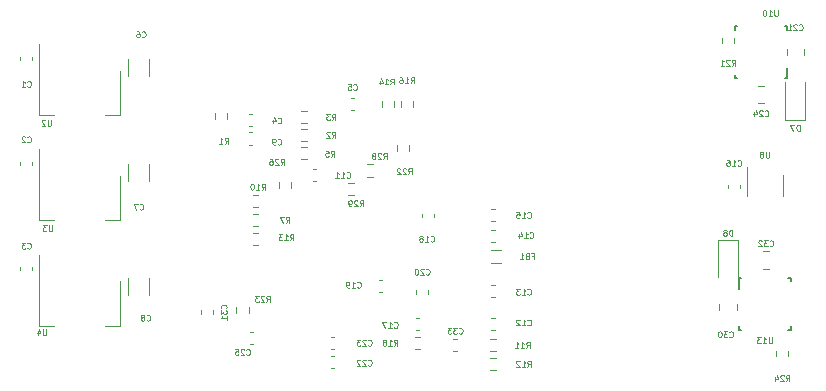
<source format=gbr>
%TF.GenerationSoftware,KiCad,Pcbnew,(5.1.9)-1*%
%TF.CreationDate,2021-05-24T23:59:08-02:30*%
%TF.ProjectId,WPT_TX,5750545f-5458-42e6-9b69-6361645f7063,rev?*%
%TF.SameCoordinates,Original*%
%TF.FileFunction,Legend,Bot*%
%TF.FilePolarity,Positive*%
%FSLAX46Y46*%
G04 Gerber Fmt 4.6, Leading zero omitted, Abs format (unit mm)*
G04 Created by KiCad (PCBNEW (5.1.9)-1) date 2021-05-24 23:59:08*
%MOMM*%
%LPD*%
G01*
G04 APERTURE LIST*
%ADD10C,0.152400*%
%ADD11C,0.120000*%
%ADD12C,0.125000*%
G04 APERTURE END LIST*
D10*
%TO.C,U10*%
X166900001Y-102300001D02*
X166900001Y-101999999D01*
X166700001Y-101999999D02*
X166900001Y-101999999D01*
X166700001Y-106404999D02*
X166900001Y-106404999D01*
X166900001Y-106404999D02*
X166900001Y-105500000D01*
X162499999Y-101999999D02*
X162699999Y-101999999D01*
X162499999Y-102300001D02*
X162499999Y-101999999D01*
X162499999Y-106400001D02*
X162699999Y-106400001D01*
X162499999Y-106400001D02*
X162499999Y-106099999D01*
%TO.C,U13*%
X162799999Y-127399999D02*
X162799999Y-127700001D01*
X162999999Y-127700001D02*
X162799999Y-127700001D01*
X162999999Y-123295001D02*
X162799999Y-123295001D01*
X162799999Y-123295001D02*
X162799999Y-124200000D01*
X167200001Y-127700001D02*
X167000001Y-127700001D01*
X167200001Y-127399999D02*
X167200001Y-127700001D01*
X167200001Y-123299999D02*
X167000001Y-123299999D01*
X167200001Y-123299999D02*
X167200001Y-123600001D01*
D11*
%TO.C,C1*%
X103010000Y-104559420D02*
X103010000Y-104840580D01*
X101990000Y-104559420D02*
X101990000Y-104840580D01*
%TO.C,C2*%
X101990000Y-113459420D02*
X101990000Y-113740580D01*
X103010000Y-113459420D02*
X103010000Y-113740580D01*
%TO.C,C3*%
X103010000Y-122384420D02*
X103010000Y-122665580D01*
X101990000Y-122384420D02*
X101990000Y-122665580D01*
%TO.C,C4*%
X121359420Y-110410000D02*
X121640580Y-110410000D01*
X121359420Y-109390000D02*
X121640580Y-109390000D01*
%TO.C,C5*%
X130240580Y-109110000D02*
X129959420Y-109110000D01*
X130240580Y-108090000D02*
X129959420Y-108090000D01*
%TO.C,C9*%
X121359420Y-112010000D02*
X121640580Y-112010000D01*
X121359420Y-110990000D02*
X121640580Y-110990000D01*
%TO.C,C11*%
X126759420Y-115110000D02*
X127040580Y-115110000D01*
X126759420Y-114090000D02*
X127040580Y-114090000D01*
%TO.C,C12*%
X141859420Y-126690000D02*
X142140580Y-126690000D01*
X141859420Y-127710000D02*
X142140580Y-127710000D01*
%TO.C,C13*%
X141859420Y-124910000D02*
X142140580Y-124910000D01*
X141859420Y-123890000D02*
X142140580Y-123890000D01*
%TO.C,C14*%
X141859420Y-120260000D02*
X142140580Y-120260000D01*
X141859420Y-119240000D02*
X142140580Y-119240000D01*
%TO.C,C15*%
X141859420Y-118510000D02*
X142140580Y-118510000D01*
X141859420Y-117490000D02*
X142140580Y-117490000D01*
%TO.C,C16*%
X161890000Y-115715580D02*
X161890000Y-115434420D01*
X162910000Y-115715580D02*
X162910000Y-115434420D01*
%TO.C,C17*%
X135459420Y-127710000D02*
X135740580Y-127710000D01*
X135459420Y-126690000D02*
X135740580Y-126690000D01*
%TO.C,C18*%
X137010000Y-117859420D02*
X137010000Y-118140580D01*
X135990000Y-117859420D02*
X135990000Y-118140580D01*
%TO.C,C19*%
X132359420Y-123490000D02*
X132640580Y-123490000D01*
X132359420Y-124510000D02*
X132640580Y-124510000D01*
%TO.C,C20*%
X136510000Y-124640580D02*
X136510000Y-124359420D01*
X135490000Y-124640580D02*
X135490000Y-124359420D01*
%TO.C,C22*%
X128259420Y-130910000D02*
X128540580Y-130910000D01*
X128259420Y-129890000D02*
X128540580Y-129890000D01*
%TO.C,C23*%
X128540580Y-129310000D02*
X128259420Y-129310000D01*
X128540580Y-128290000D02*
X128259420Y-128290000D01*
%TO.C,C25*%
X121434420Y-128910000D02*
X121715580Y-128910000D01*
X121434420Y-127890000D02*
X121715580Y-127890000D01*
%TO.C,C31*%
X117290000Y-126340580D02*
X117290000Y-126059420D01*
X118310000Y-126340580D02*
X118310000Y-126059420D01*
%TO.C,C32*%
X164888748Y-121065000D02*
X165411252Y-121065000D01*
X164888748Y-122535000D02*
X165411252Y-122535000D01*
%TO.C,C33*%
X138940580Y-129510000D02*
X138659420Y-129510000D01*
X138940580Y-128490000D02*
X138659420Y-128490000D01*
%TO.C,FB1*%
X141850378Y-120940000D02*
X142649622Y-120940000D01*
X141850378Y-122060000D02*
X142649622Y-122060000D01*
%TO.C,R1*%
X119522500Y-109837258D02*
X119522500Y-109362742D01*
X118477500Y-109837258D02*
X118477500Y-109362742D01*
%TO.C,R3*%
X126237258Y-110222500D02*
X125762742Y-110222500D01*
X126237258Y-109177500D02*
X125762742Y-109177500D01*
%TO.C,R7*%
X122137258Y-118922500D02*
X121662742Y-118922500D01*
X122137258Y-117877500D02*
X121662742Y-117877500D01*
%TO.C,R10*%
X122137258Y-116277500D02*
X121662742Y-116277500D01*
X122137258Y-117322500D02*
X121662742Y-117322500D01*
%TO.C,R11*%
X141762742Y-128477500D02*
X142237258Y-128477500D01*
X141762742Y-129522500D02*
X142237258Y-129522500D01*
%TO.C,R12*%
X142237258Y-130077500D02*
X141762742Y-130077500D01*
X142237258Y-131122500D02*
X141762742Y-131122500D01*
%TO.C,R13*%
X122137258Y-120522500D02*
X121662742Y-120522500D01*
X122137258Y-119477500D02*
X121662742Y-119477500D01*
%TO.C,R14*%
X132577500Y-108362742D02*
X132577500Y-108837258D01*
X133622500Y-108362742D02*
X133622500Y-108837258D01*
%TO.C,R16*%
X135222500Y-108362742D02*
X135222500Y-108837258D01*
X134177500Y-108362742D02*
X134177500Y-108837258D01*
%TO.C,R18*%
X135837258Y-128277500D02*
X135362742Y-128277500D01*
X135837258Y-129322500D02*
X135362742Y-129322500D01*
%TO.C,R21*%
X161377500Y-103437258D02*
X161377500Y-102962742D01*
X162422500Y-103437258D02*
X162422500Y-102962742D01*
%TO.C,R22*%
X133877500Y-112062742D02*
X133877500Y-112537258D01*
X134922500Y-112062742D02*
X134922500Y-112537258D01*
%TO.C,R23*%
X120277500Y-125762742D02*
X120277500Y-126237258D01*
X121322500Y-125762742D02*
X121322500Y-126237258D01*
%TO.C,R24*%
X167022500Y-129937258D02*
X167022500Y-129462742D01*
X165977500Y-129937258D02*
X165977500Y-129462742D01*
%TO.C,U2*%
X103590000Y-103500000D02*
X103590000Y-109510000D01*
X110410000Y-105750000D02*
X110410000Y-109510000D01*
X103590000Y-109510000D02*
X104850000Y-109510000D01*
X110410000Y-109510000D02*
X109150000Y-109510000D01*
%TO.C,U3*%
X103590000Y-112400000D02*
X103590000Y-118410000D01*
X110410000Y-114650000D02*
X110410000Y-118410000D01*
X103590000Y-118410000D02*
X104850000Y-118410000D01*
X110410000Y-118410000D02*
X109150000Y-118410000D01*
%TO.C,U4*%
X110410000Y-127360000D02*
X109150000Y-127360000D01*
X103590000Y-127360000D02*
X104850000Y-127360000D01*
X110410000Y-123600000D02*
X110410000Y-127360000D01*
X103590000Y-121350000D02*
X103590000Y-127360000D01*
%TO.C,U8*%
X163490000Y-116380000D02*
X163490000Y-113950000D01*
X166560000Y-114620000D02*
X166560000Y-116380000D01*
%TO.C,C6*%
X111090000Y-104788748D02*
X111090000Y-106211252D01*
X112910000Y-104788748D02*
X112910000Y-106211252D01*
%TO.C,C7*%
X112910000Y-113688748D02*
X112910000Y-115111252D01*
X111090000Y-113688748D02*
X111090000Y-115111252D01*
%TO.C,C8*%
X112910000Y-123288748D02*
X112910000Y-124711252D01*
X111090000Y-123288748D02*
X111090000Y-124711252D01*
%TO.C,C21*%
X168335000Y-104411252D02*
X168335000Y-103888748D01*
X166865000Y-104411252D02*
X166865000Y-103888748D01*
%TO.C,C24*%
X164961252Y-108535000D02*
X164438748Y-108535000D01*
X164961252Y-107065000D02*
X164438748Y-107065000D01*
%TO.C,C30*%
X162635000Y-125538748D02*
X162635000Y-126061252D01*
X161165000Y-125538748D02*
X161165000Y-126061252D01*
%TO.C,D7*%
X168450000Y-109900000D02*
X166750000Y-109900000D01*
X166750000Y-109900000D02*
X166750000Y-106750000D01*
X168450000Y-109900000D02*
X168450000Y-106750000D01*
%TO.C,D8*%
X161050000Y-120100000D02*
X161050000Y-123250000D01*
X162750000Y-120100000D02*
X162750000Y-123250000D01*
X161050000Y-120100000D02*
X162750000Y-120100000D01*
%TO.C,R2*%
X125762742Y-110677500D02*
X126237258Y-110677500D01*
X125762742Y-111722500D02*
X126237258Y-111722500D01*
%TO.C,R5*%
X125762742Y-112177500D02*
X126237258Y-112177500D01*
X125762742Y-113222500D02*
X126237258Y-113222500D01*
%TO.C,R26*%
X124922500Y-115662258D02*
X124922500Y-115187742D01*
X123877500Y-115662258D02*
X123877500Y-115187742D01*
%TO.C,R28*%
X131362742Y-113677500D02*
X131837258Y-113677500D01*
X131362742Y-114722500D02*
X131837258Y-114722500D01*
%TO.C,R29*%
X129762742Y-116322500D02*
X130237258Y-116322500D01*
X129762742Y-115277500D02*
X130237258Y-115277500D01*
%TO.C,U10*%
D12*
X166119047Y-100626190D02*
X166119047Y-101030952D01*
X166095238Y-101078571D01*
X166071428Y-101102380D01*
X166023809Y-101126190D01*
X165928571Y-101126190D01*
X165880952Y-101102380D01*
X165857142Y-101078571D01*
X165833333Y-101030952D01*
X165833333Y-100626190D01*
X165333333Y-101126190D02*
X165619047Y-101126190D01*
X165476190Y-101126190D02*
X165476190Y-100626190D01*
X165523809Y-100697619D01*
X165571428Y-100745238D01*
X165619047Y-100769047D01*
X165023809Y-100626190D02*
X164976190Y-100626190D01*
X164928571Y-100650000D01*
X164904761Y-100673809D01*
X164880952Y-100721428D01*
X164857142Y-100816666D01*
X164857142Y-100935714D01*
X164880952Y-101030952D01*
X164904761Y-101078571D01*
X164928571Y-101102380D01*
X164976190Y-101126190D01*
X165023809Y-101126190D01*
X165071428Y-101102380D01*
X165095238Y-101078571D01*
X165119047Y-101030952D01*
X165142857Y-100935714D01*
X165142857Y-100816666D01*
X165119047Y-100721428D01*
X165095238Y-100673809D01*
X165071428Y-100650000D01*
X165023809Y-100626190D01*
%TO.C,U13*%
X165619047Y-128326190D02*
X165619047Y-128730952D01*
X165595238Y-128778571D01*
X165571428Y-128802380D01*
X165523809Y-128826190D01*
X165428571Y-128826190D01*
X165380952Y-128802380D01*
X165357142Y-128778571D01*
X165333333Y-128730952D01*
X165333333Y-128326190D01*
X164833333Y-128826190D02*
X165119047Y-128826190D01*
X164976190Y-128826190D02*
X164976190Y-128326190D01*
X165023809Y-128397619D01*
X165071428Y-128445238D01*
X165119047Y-128469047D01*
X164666666Y-128326190D02*
X164357142Y-128326190D01*
X164523809Y-128516666D01*
X164452380Y-128516666D01*
X164404761Y-128540476D01*
X164380952Y-128564285D01*
X164357142Y-128611904D01*
X164357142Y-128730952D01*
X164380952Y-128778571D01*
X164404761Y-128802380D01*
X164452380Y-128826190D01*
X164595238Y-128826190D01*
X164642857Y-128802380D01*
X164666666Y-128778571D01*
%TO.C,C1*%
X102583333Y-107078571D02*
X102607142Y-107102380D01*
X102678571Y-107126190D01*
X102726190Y-107126190D01*
X102797619Y-107102380D01*
X102845238Y-107054761D01*
X102869047Y-107007142D01*
X102892857Y-106911904D01*
X102892857Y-106840476D01*
X102869047Y-106745238D01*
X102845238Y-106697619D01*
X102797619Y-106650000D01*
X102726190Y-106626190D01*
X102678571Y-106626190D01*
X102607142Y-106650000D01*
X102583333Y-106673809D01*
X102107142Y-107126190D02*
X102392857Y-107126190D01*
X102250000Y-107126190D02*
X102250000Y-106626190D01*
X102297619Y-106697619D01*
X102345238Y-106745238D01*
X102392857Y-106769047D01*
%TO.C,C2*%
X102583333Y-111778571D02*
X102607142Y-111802380D01*
X102678571Y-111826190D01*
X102726190Y-111826190D01*
X102797619Y-111802380D01*
X102845238Y-111754761D01*
X102869047Y-111707142D01*
X102892857Y-111611904D01*
X102892857Y-111540476D01*
X102869047Y-111445238D01*
X102845238Y-111397619D01*
X102797619Y-111350000D01*
X102726190Y-111326190D01*
X102678571Y-111326190D01*
X102607142Y-111350000D01*
X102583333Y-111373809D01*
X102392857Y-111373809D02*
X102369047Y-111350000D01*
X102321428Y-111326190D01*
X102202380Y-111326190D01*
X102154761Y-111350000D01*
X102130952Y-111373809D01*
X102107142Y-111421428D01*
X102107142Y-111469047D01*
X102130952Y-111540476D01*
X102416666Y-111826190D01*
X102107142Y-111826190D01*
%TO.C,C3*%
X102583333Y-120778571D02*
X102607142Y-120802380D01*
X102678571Y-120826190D01*
X102726190Y-120826190D01*
X102797619Y-120802380D01*
X102845238Y-120754761D01*
X102869047Y-120707142D01*
X102892857Y-120611904D01*
X102892857Y-120540476D01*
X102869047Y-120445238D01*
X102845238Y-120397619D01*
X102797619Y-120350000D01*
X102726190Y-120326190D01*
X102678571Y-120326190D01*
X102607142Y-120350000D01*
X102583333Y-120373809D01*
X102416666Y-120326190D02*
X102107142Y-120326190D01*
X102273809Y-120516666D01*
X102202380Y-120516666D01*
X102154761Y-120540476D01*
X102130952Y-120564285D01*
X102107142Y-120611904D01*
X102107142Y-120730952D01*
X102130952Y-120778571D01*
X102154761Y-120802380D01*
X102202380Y-120826190D01*
X102345238Y-120826190D01*
X102392857Y-120802380D01*
X102416666Y-120778571D01*
%TO.C,C4*%
X123783333Y-110178571D02*
X123807142Y-110202380D01*
X123878571Y-110226190D01*
X123926190Y-110226190D01*
X123997619Y-110202380D01*
X124045238Y-110154761D01*
X124069047Y-110107142D01*
X124092857Y-110011904D01*
X124092857Y-109940476D01*
X124069047Y-109845238D01*
X124045238Y-109797619D01*
X123997619Y-109750000D01*
X123926190Y-109726190D01*
X123878571Y-109726190D01*
X123807142Y-109750000D01*
X123783333Y-109773809D01*
X123354761Y-109892857D02*
X123354761Y-110226190D01*
X123473809Y-109702380D02*
X123592857Y-110059523D01*
X123283333Y-110059523D01*
%TO.C,C5*%
X130183333Y-107348571D02*
X130207142Y-107372380D01*
X130278571Y-107396190D01*
X130326190Y-107396190D01*
X130397619Y-107372380D01*
X130445238Y-107324761D01*
X130469047Y-107277142D01*
X130492857Y-107181904D01*
X130492857Y-107110476D01*
X130469047Y-107015238D01*
X130445238Y-106967619D01*
X130397619Y-106920000D01*
X130326190Y-106896190D01*
X130278571Y-106896190D01*
X130207142Y-106920000D01*
X130183333Y-106943809D01*
X129730952Y-106896190D02*
X129969047Y-106896190D01*
X129992857Y-107134285D01*
X129969047Y-107110476D01*
X129921428Y-107086666D01*
X129802380Y-107086666D01*
X129754761Y-107110476D01*
X129730952Y-107134285D01*
X129707142Y-107181904D01*
X129707142Y-107300952D01*
X129730952Y-107348571D01*
X129754761Y-107372380D01*
X129802380Y-107396190D01*
X129921428Y-107396190D01*
X129969047Y-107372380D01*
X129992857Y-107348571D01*
%TO.C,C9*%
X123783333Y-111978571D02*
X123807142Y-112002380D01*
X123878571Y-112026190D01*
X123926190Y-112026190D01*
X123997619Y-112002380D01*
X124045238Y-111954761D01*
X124069047Y-111907142D01*
X124092857Y-111811904D01*
X124092857Y-111740476D01*
X124069047Y-111645238D01*
X124045238Y-111597619D01*
X123997619Y-111550000D01*
X123926190Y-111526190D01*
X123878571Y-111526190D01*
X123807142Y-111550000D01*
X123783333Y-111573809D01*
X123545238Y-112026190D02*
X123450000Y-112026190D01*
X123402380Y-112002380D01*
X123378571Y-111978571D01*
X123330952Y-111907142D01*
X123307142Y-111811904D01*
X123307142Y-111621428D01*
X123330952Y-111573809D01*
X123354761Y-111550000D01*
X123402380Y-111526190D01*
X123497619Y-111526190D01*
X123545238Y-111550000D01*
X123569047Y-111573809D01*
X123592857Y-111621428D01*
X123592857Y-111740476D01*
X123569047Y-111788095D01*
X123545238Y-111811904D01*
X123497619Y-111835714D01*
X123402380Y-111835714D01*
X123354761Y-111811904D01*
X123330952Y-111788095D01*
X123307142Y-111740476D01*
%TO.C,C11*%
X129621428Y-114778571D02*
X129645238Y-114802380D01*
X129716666Y-114826190D01*
X129764285Y-114826190D01*
X129835714Y-114802380D01*
X129883333Y-114754761D01*
X129907142Y-114707142D01*
X129930952Y-114611904D01*
X129930952Y-114540476D01*
X129907142Y-114445238D01*
X129883333Y-114397619D01*
X129835714Y-114350000D01*
X129764285Y-114326190D01*
X129716666Y-114326190D01*
X129645238Y-114350000D01*
X129621428Y-114373809D01*
X129145238Y-114826190D02*
X129430952Y-114826190D01*
X129288095Y-114826190D02*
X129288095Y-114326190D01*
X129335714Y-114397619D01*
X129383333Y-114445238D01*
X129430952Y-114469047D01*
X128669047Y-114826190D02*
X128954761Y-114826190D01*
X128811904Y-114826190D02*
X128811904Y-114326190D01*
X128859523Y-114397619D01*
X128907142Y-114445238D01*
X128954761Y-114469047D01*
%TO.C,C12*%
X144921428Y-127278571D02*
X144945238Y-127302380D01*
X145016666Y-127326190D01*
X145064285Y-127326190D01*
X145135714Y-127302380D01*
X145183333Y-127254761D01*
X145207142Y-127207142D01*
X145230952Y-127111904D01*
X145230952Y-127040476D01*
X145207142Y-126945238D01*
X145183333Y-126897619D01*
X145135714Y-126850000D01*
X145064285Y-126826190D01*
X145016666Y-126826190D01*
X144945238Y-126850000D01*
X144921428Y-126873809D01*
X144445238Y-127326190D02*
X144730952Y-127326190D01*
X144588095Y-127326190D02*
X144588095Y-126826190D01*
X144635714Y-126897619D01*
X144683333Y-126945238D01*
X144730952Y-126969047D01*
X144254761Y-126873809D02*
X144230952Y-126850000D01*
X144183333Y-126826190D01*
X144064285Y-126826190D01*
X144016666Y-126850000D01*
X143992857Y-126873809D01*
X143969047Y-126921428D01*
X143969047Y-126969047D01*
X143992857Y-127040476D01*
X144278571Y-127326190D01*
X143969047Y-127326190D01*
%TO.C,C13*%
X144921428Y-124678571D02*
X144945238Y-124702380D01*
X145016666Y-124726190D01*
X145064285Y-124726190D01*
X145135714Y-124702380D01*
X145183333Y-124654761D01*
X145207142Y-124607142D01*
X145230952Y-124511904D01*
X145230952Y-124440476D01*
X145207142Y-124345238D01*
X145183333Y-124297619D01*
X145135714Y-124250000D01*
X145064285Y-124226190D01*
X145016666Y-124226190D01*
X144945238Y-124250000D01*
X144921428Y-124273809D01*
X144445238Y-124726190D02*
X144730952Y-124726190D01*
X144588095Y-124726190D02*
X144588095Y-124226190D01*
X144635714Y-124297619D01*
X144683333Y-124345238D01*
X144730952Y-124369047D01*
X144278571Y-124226190D02*
X143969047Y-124226190D01*
X144135714Y-124416666D01*
X144064285Y-124416666D01*
X144016666Y-124440476D01*
X143992857Y-124464285D01*
X143969047Y-124511904D01*
X143969047Y-124630952D01*
X143992857Y-124678571D01*
X144016666Y-124702380D01*
X144064285Y-124726190D01*
X144207142Y-124726190D01*
X144254761Y-124702380D01*
X144278571Y-124678571D01*
%TO.C,C14*%
X145121428Y-119878571D02*
X145145238Y-119902380D01*
X145216666Y-119926190D01*
X145264285Y-119926190D01*
X145335714Y-119902380D01*
X145383333Y-119854761D01*
X145407142Y-119807142D01*
X145430952Y-119711904D01*
X145430952Y-119640476D01*
X145407142Y-119545238D01*
X145383333Y-119497619D01*
X145335714Y-119450000D01*
X145264285Y-119426190D01*
X145216666Y-119426190D01*
X145145238Y-119450000D01*
X145121428Y-119473809D01*
X144645238Y-119926190D02*
X144930952Y-119926190D01*
X144788095Y-119926190D02*
X144788095Y-119426190D01*
X144835714Y-119497619D01*
X144883333Y-119545238D01*
X144930952Y-119569047D01*
X144216666Y-119592857D02*
X144216666Y-119926190D01*
X144335714Y-119402380D02*
X144454761Y-119759523D01*
X144145238Y-119759523D01*
%TO.C,C15*%
X144921428Y-118178571D02*
X144945238Y-118202380D01*
X145016666Y-118226190D01*
X145064285Y-118226190D01*
X145135714Y-118202380D01*
X145183333Y-118154761D01*
X145207142Y-118107142D01*
X145230952Y-118011904D01*
X145230952Y-117940476D01*
X145207142Y-117845238D01*
X145183333Y-117797619D01*
X145135714Y-117750000D01*
X145064285Y-117726190D01*
X145016666Y-117726190D01*
X144945238Y-117750000D01*
X144921428Y-117773809D01*
X144445238Y-118226190D02*
X144730952Y-118226190D01*
X144588095Y-118226190D02*
X144588095Y-117726190D01*
X144635714Y-117797619D01*
X144683333Y-117845238D01*
X144730952Y-117869047D01*
X143992857Y-117726190D02*
X144230952Y-117726190D01*
X144254761Y-117964285D01*
X144230952Y-117940476D01*
X144183333Y-117916666D01*
X144064285Y-117916666D01*
X144016666Y-117940476D01*
X143992857Y-117964285D01*
X143969047Y-118011904D01*
X143969047Y-118130952D01*
X143992857Y-118178571D01*
X144016666Y-118202380D01*
X144064285Y-118226190D01*
X144183333Y-118226190D01*
X144230952Y-118202380D01*
X144254761Y-118178571D01*
%TO.C,C16*%
X162721428Y-113778571D02*
X162745238Y-113802380D01*
X162816666Y-113826190D01*
X162864285Y-113826190D01*
X162935714Y-113802380D01*
X162983333Y-113754761D01*
X163007142Y-113707142D01*
X163030952Y-113611904D01*
X163030952Y-113540476D01*
X163007142Y-113445238D01*
X162983333Y-113397619D01*
X162935714Y-113350000D01*
X162864285Y-113326190D01*
X162816666Y-113326190D01*
X162745238Y-113350000D01*
X162721428Y-113373809D01*
X162245238Y-113826190D02*
X162530952Y-113826190D01*
X162388095Y-113826190D02*
X162388095Y-113326190D01*
X162435714Y-113397619D01*
X162483333Y-113445238D01*
X162530952Y-113469047D01*
X161816666Y-113326190D02*
X161911904Y-113326190D01*
X161959523Y-113350000D01*
X161983333Y-113373809D01*
X162030952Y-113445238D01*
X162054761Y-113540476D01*
X162054761Y-113730952D01*
X162030952Y-113778571D01*
X162007142Y-113802380D01*
X161959523Y-113826190D01*
X161864285Y-113826190D01*
X161816666Y-113802380D01*
X161792857Y-113778571D01*
X161769047Y-113730952D01*
X161769047Y-113611904D01*
X161792857Y-113564285D01*
X161816666Y-113540476D01*
X161864285Y-113516666D01*
X161959523Y-113516666D01*
X162007142Y-113540476D01*
X162030952Y-113564285D01*
X162054761Y-113611904D01*
%TO.C,C17*%
X133621428Y-127478571D02*
X133645238Y-127502380D01*
X133716666Y-127526190D01*
X133764285Y-127526190D01*
X133835714Y-127502380D01*
X133883333Y-127454761D01*
X133907142Y-127407142D01*
X133930952Y-127311904D01*
X133930952Y-127240476D01*
X133907142Y-127145238D01*
X133883333Y-127097619D01*
X133835714Y-127050000D01*
X133764285Y-127026190D01*
X133716666Y-127026190D01*
X133645238Y-127050000D01*
X133621428Y-127073809D01*
X133145238Y-127526190D02*
X133430952Y-127526190D01*
X133288095Y-127526190D02*
X133288095Y-127026190D01*
X133335714Y-127097619D01*
X133383333Y-127145238D01*
X133430952Y-127169047D01*
X132978571Y-127026190D02*
X132645238Y-127026190D01*
X132859523Y-127526190D01*
%TO.C,C18*%
X136721428Y-120178571D02*
X136745238Y-120202380D01*
X136816666Y-120226190D01*
X136864285Y-120226190D01*
X136935714Y-120202380D01*
X136983333Y-120154761D01*
X137007142Y-120107142D01*
X137030952Y-120011904D01*
X137030952Y-119940476D01*
X137007142Y-119845238D01*
X136983333Y-119797619D01*
X136935714Y-119750000D01*
X136864285Y-119726190D01*
X136816666Y-119726190D01*
X136745238Y-119750000D01*
X136721428Y-119773809D01*
X136245238Y-120226190D02*
X136530952Y-120226190D01*
X136388095Y-120226190D02*
X136388095Y-119726190D01*
X136435714Y-119797619D01*
X136483333Y-119845238D01*
X136530952Y-119869047D01*
X135959523Y-119940476D02*
X136007142Y-119916666D01*
X136030952Y-119892857D01*
X136054761Y-119845238D01*
X136054761Y-119821428D01*
X136030952Y-119773809D01*
X136007142Y-119750000D01*
X135959523Y-119726190D01*
X135864285Y-119726190D01*
X135816666Y-119750000D01*
X135792857Y-119773809D01*
X135769047Y-119821428D01*
X135769047Y-119845238D01*
X135792857Y-119892857D01*
X135816666Y-119916666D01*
X135864285Y-119940476D01*
X135959523Y-119940476D01*
X136007142Y-119964285D01*
X136030952Y-119988095D01*
X136054761Y-120035714D01*
X136054761Y-120130952D01*
X136030952Y-120178571D01*
X136007142Y-120202380D01*
X135959523Y-120226190D01*
X135864285Y-120226190D01*
X135816666Y-120202380D01*
X135792857Y-120178571D01*
X135769047Y-120130952D01*
X135769047Y-120035714D01*
X135792857Y-119988095D01*
X135816666Y-119964285D01*
X135864285Y-119940476D01*
%TO.C,C19*%
X130521428Y-124078571D02*
X130545238Y-124102380D01*
X130616666Y-124126190D01*
X130664285Y-124126190D01*
X130735714Y-124102380D01*
X130783333Y-124054761D01*
X130807142Y-124007142D01*
X130830952Y-123911904D01*
X130830952Y-123840476D01*
X130807142Y-123745238D01*
X130783333Y-123697619D01*
X130735714Y-123650000D01*
X130664285Y-123626190D01*
X130616666Y-123626190D01*
X130545238Y-123650000D01*
X130521428Y-123673809D01*
X130045238Y-124126190D02*
X130330952Y-124126190D01*
X130188095Y-124126190D02*
X130188095Y-123626190D01*
X130235714Y-123697619D01*
X130283333Y-123745238D01*
X130330952Y-123769047D01*
X129807142Y-124126190D02*
X129711904Y-124126190D01*
X129664285Y-124102380D01*
X129640476Y-124078571D01*
X129592857Y-124007142D01*
X129569047Y-123911904D01*
X129569047Y-123721428D01*
X129592857Y-123673809D01*
X129616666Y-123650000D01*
X129664285Y-123626190D01*
X129759523Y-123626190D01*
X129807142Y-123650000D01*
X129830952Y-123673809D01*
X129854761Y-123721428D01*
X129854761Y-123840476D01*
X129830952Y-123888095D01*
X129807142Y-123911904D01*
X129759523Y-123935714D01*
X129664285Y-123935714D01*
X129616666Y-123911904D01*
X129592857Y-123888095D01*
X129569047Y-123840476D01*
%TO.C,C20*%
X136321428Y-122978571D02*
X136345238Y-123002380D01*
X136416666Y-123026190D01*
X136464285Y-123026190D01*
X136535714Y-123002380D01*
X136583333Y-122954761D01*
X136607142Y-122907142D01*
X136630952Y-122811904D01*
X136630952Y-122740476D01*
X136607142Y-122645238D01*
X136583333Y-122597619D01*
X136535714Y-122550000D01*
X136464285Y-122526190D01*
X136416666Y-122526190D01*
X136345238Y-122550000D01*
X136321428Y-122573809D01*
X136130952Y-122573809D02*
X136107142Y-122550000D01*
X136059523Y-122526190D01*
X135940476Y-122526190D01*
X135892857Y-122550000D01*
X135869047Y-122573809D01*
X135845238Y-122621428D01*
X135845238Y-122669047D01*
X135869047Y-122740476D01*
X136154761Y-123026190D01*
X135845238Y-123026190D01*
X135535714Y-122526190D02*
X135488095Y-122526190D01*
X135440476Y-122550000D01*
X135416666Y-122573809D01*
X135392857Y-122621428D01*
X135369047Y-122716666D01*
X135369047Y-122835714D01*
X135392857Y-122930952D01*
X135416666Y-122978571D01*
X135440476Y-123002380D01*
X135488095Y-123026190D01*
X135535714Y-123026190D01*
X135583333Y-123002380D01*
X135607142Y-122978571D01*
X135630952Y-122930952D01*
X135654761Y-122835714D01*
X135654761Y-122716666D01*
X135630952Y-122621428D01*
X135607142Y-122573809D01*
X135583333Y-122550000D01*
X135535714Y-122526190D01*
%TO.C,C22*%
X131421428Y-130678571D02*
X131445238Y-130702380D01*
X131516666Y-130726190D01*
X131564285Y-130726190D01*
X131635714Y-130702380D01*
X131683333Y-130654761D01*
X131707142Y-130607142D01*
X131730952Y-130511904D01*
X131730952Y-130440476D01*
X131707142Y-130345238D01*
X131683333Y-130297619D01*
X131635714Y-130250000D01*
X131564285Y-130226190D01*
X131516666Y-130226190D01*
X131445238Y-130250000D01*
X131421428Y-130273809D01*
X131230952Y-130273809D02*
X131207142Y-130250000D01*
X131159523Y-130226190D01*
X131040476Y-130226190D01*
X130992857Y-130250000D01*
X130969047Y-130273809D01*
X130945238Y-130321428D01*
X130945238Y-130369047D01*
X130969047Y-130440476D01*
X131254761Y-130726190D01*
X130945238Y-130726190D01*
X130754761Y-130273809D02*
X130730952Y-130250000D01*
X130683333Y-130226190D01*
X130564285Y-130226190D01*
X130516666Y-130250000D01*
X130492857Y-130273809D01*
X130469047Y-130321428D01*
X130469047Y-130369047D01*
X130492857Y-130440476D01*
X130778571Y-130726190D01*
X130469047Y-130726190D01*
%TO.C,C23*%
X131421428Y-128978571D02*
X131445238Y-129002380D01*
X131516666Y-129026190D01*
X131564285Y-129026190D01*
X131635714Y-129002380D01*
X131683333Y-128954761D01*
X131707142Y-128907142D01*
X131730952Y-128811904D01*
X131730952Y-128740476D01*
X131707142Y-128645238D01*
X131683333Y-128597619D01*
X131635714Y-128550000D01*
X131564285Y-128526190D01*
X131516666Y-128526190D01*
X131445238Y-128550000D01*
X131421428Y-128573809D01*
X131230952Y-128573809D02*
X131207142Y-128550000D01*
X131159523Y-128526190D01*
X131040476Y-128526190D01*
X130992857Y-128550000D01*
X130969047Y-128573809D01*
X130945238Y-128621428D01*
X130945238Y-128669047D01*
X130969047Y-128740476D01*
X131254761Y-129026190D01*
X130945238Y-129026190D01*
X130778571Y-128526190D02*
X130469047Y-128526190D01*
X130635714Y-128716666D01*
X130564285Y-128716666D01*
X130516666Y-128740476D01*
X130492857Y-128764285D01*
X130469047Y-128811904D01*
X130469047Y-128930952D01*
X130492857Y-128978571D01*
X130516666Y-129002380D01*
X130564285Y-129026190D01*
X130707142Y-129026190D01*
X130754761Y-129002380D01*
X130778571Y-128978571D01*
%TO.C,C25*%
X121121428Y-129778571D02*
X121145238Y-129802380D01*
X121216666Y-129826190D01*
X121264285Y-129826190D01*
X121335714Y-129802380D01*
X121383333Y-129754761D01*
X121407142Y-129707142D01*
X121430952Y-129611904D01*
X121430952Y-129540476D01*
X121407142Y-129445238D01*
X121383333Y-129397619D01*
X121335714Y-129350000D01*
X121264285Y-129326190D01*
X121216666Y-129326190D01*
X121145238Y-129350000D01*
X121121428Y-129373809D01*
X120930952Y-129373809D02*
X120907142Y-129350000D01*
X120859523Y-129326190D01*
X120740476Y-129326190D01*
X120692857Y-129350000D01*
X120669047Y-129373809D01*
X120645238Y-129421428D01*
X120645238Y-129469047D01*
X120669047Y-129540476D01*
X120954761Y-129826190D01*
X120645238Y-129826190D01*
X120192857Y-129326190D02*
X120430952Y-129326190D01*
X120454761Y-129564285D01*
X120430952Y-129540476D01*
X120383333Y-129516666D01*
X120264285Y-129516666D01*
X120216666Y-129540476D01*
X120192857Y-129564285D01*
X120169047Y-129611904D01*
X120169047Y-129730952D01*
X120192857Y-129778571D01*
X120216666Y-129802380D01*
X120264285Y-129826190D01*
X120383333Y-129826190D01*
X120430952Y-129802380D01*
X120454761Y-129778571D01*
%TO.C,C31*%
X119408571Y-125878571D02*
X119432380Y-125854761D01*
X119456190Y-125783333D01*
X119456190Y-125735714D01*
X119432380Y-125664285D01*
X119384761Y-125616666D01*
X119337142Y-125592857D01*
X119241904Y-125569047D01*
X119170476Y-125569047D01*
X119075238Y-125592857D01*
X119027619Y-125616666D01*
X118980000Y-125664285D01*
X118956190Y-125735714D01*
X118956190Y-125783333D01*
X118980000Y-125854761D01*
X119003809Y-125878571D01*
X118956190Y-126045238D02*
X118956190Y-126354761D01*
X119146666Y-126188095D01*
X119146666Y-126259523D01*
X119170476Y-126307142D01*
X119194285Y-126330952D01*
X119241904Y-126354761D01*
X119360952Y-126354761D01*
X119408571Y-126330952D01*
X119432380Y-126307142D01*
X119456190Y-126259523D01*
X119456190Y-126116666D01*
X119432380Y-126069047D01*
X119408571Y-126045238D01*
X119456190Y-126830952D02*
X119456190Y-126545238D01*
X119456190Y-126688095D02*
X118956190Y-126688095D01*
X119027619Y-126640476D01*
X119075238Y-126592857D01*
X119099047Y-126545238D01*
%TO.C,C32*%
X165421428Y-120578571D02*
X165445238Y-120602380D01*
X165516666Y-120626190D01*
X165564285Y-120626190D01*
X165635714Y-120602380D01*
X165683333Y-120554761D01*
X165707142Y-120507142D01*
X165730952Y-120411904D01*
X165730952Y-120340476D01*
X165707142Y-120245238D01*
X165683333Y-120197619D01*
X165635714Y-120150000D01*
X165564285Y-120126190D01*
X165516666Y-120126190D01*
X165445238Y-120150000D01*
X165421428Y-120173809D01*
X165254761Y-120126190D02*
X164945238Y-120126190D01*
X165111904Y-120316666D01*
X165040476Y-120316666D01*
X164992857Y-120340476D01*
X164969047Y-120364285D01*
X164945238Y-120411904D01*
X164945238Y-120530952D01*
X164969047Y-120578571D01*
X164992857Y-120602380D01*
X165040476Y-120626190D01*
X165183333Y-120626190D01*
X165230952Y-120602380D01*
X165254761Y-120578571D01*
X164754761Y-120173809D02*
X164730952Y-120150000D01*
X164683333Y-120126190D01*
X164564285Y-120126190D01*
X164516666Y-120150000D01*
X164492857Y-120173809D01*
X164469047Y-120221428D01*
X164469047Y-120269047D01*
X164492857Y-120340476D01*
X164778571Y-120626190D01*
X164469047Y-120626190D01*
%TO.C,C33*%
X139121428Y-127978571D02*
X139145238Y-128002380D01*
X139216666Y-128026190D01*
X139264285Y-128026190D01*
X139335714Y-128002380D01*
X139383333Y-127954761D01*
X139407142Y-127907142D01*
X139430952Y-127811904D01*
X139430952Y-127740476D01*
X139407142Y-127645238D01*
X139383333Y-127597619D01*
X139335714Y-127550000D01*
X139264285Y-127526190D01*
X139216666Y-127526190D01*
X139145238Y-127550000D01*
X139121428Y-127573809D01*
X138954761Y-127526190D02*
X138645238Y-127526190D01*
X138811904Y-127716666D01*
X138740476Y-127716666D01*
X138692857Y-127740476D01*
X138669047Y-127764285D01*
X138645238Y-127811904D01*
X138645238Y-127930952D01*
X138669047Y-127978571D01*
X138692857Y-128002380D01*
X138740476Y-128026190D01*
X138883333Y-128026190D01*
X138930952Y-128002380D01*
X138954761Y-127978571D01*
X138478571Y-127526190D02*
X138169047Y-127526190D01*
X138335714Y-127716666D01*
X138264285Y-127716666D01*
X138216666Y-127740476D01*
X138192857Y-127764285D01*
X138169047Y-127811904D01*
X138169047Y-127930952D01*
X138192857Y-127978571D01*
X138216666Y-128002380D01*
X138264285Y-128026190D01*
X138407142Y-128026190D01*
X138454761Y-128002380D01*
X138478571Y-127978571D01*
%TO.C,FB1*%
X145316666Y-121464285D02*
X145483333Y-121464285D01*
X145483333Y-121726190D02*
X145483333Y-121226190D01*
X145245238Y-121226190D01*
X144888095Y-121464285D02*
X144816666Y-121488095D01*
X144792857Y-121511904D01*
X144769047Y-121559523D01*
X144769047Y-121630952D01*
X144792857Y-121678571D01*
X144816666Y-121702380D01*
X144864285Y-121726190D01*
X145054761Y-121726190D01*
X145054761Y-121226190D01*
X144888095Y-121226190D01*
X144840476Y-121250000D01*
X144816666Y-121273809D01*
X144792857Y-121321428D01*
X144792857Y-121369047D01*
X144816666Y-121416666D01*
X144840476Y-121440476D01*
X144888095Y-121464285D01*
X145054761Y-121464285D01*
X144292857Y-121726190D02*
X144578571Y-121726190D01*
X144435714Y-121726190D02*
X144435714Y-121226190D01*
X144483333Y-121297619D01*
X144530952Y-121345238D01*
X144578571Y-121369047D01*
%TO.C,R1*%
X119283333Y-111926190D02*
X119450000Y-111688095D01*
X119569047Y-111926190D02*
X119569047Y-111426190D01*
X119378571Y-111426190D01*
X119330952Y-111450000D01*
X119307142Y-111473809D01*
X119283333Y-111521428D01*
X119283333Y-111592857D01*
X119307142Y-111640476D01*
X119330952Y-111664285D01*
X119378571Y-111688095D01*
X119569047Y-111688095D01*
X118807142Y-111926190D02*
X119092857Y-111926190D01*
X118950000Y-111926190D02*
X118950000Y-111426190D01*
X118997619Y-111497619D01*
X119045238Y-111545238D01*
X119092857Y-111569047D01*
%TO.C,R3*%
X128383333Y-109926190D02*
X128550000Y-109688095D01*
X128669047Y-109926190D02*
X128669047Y-109426190D01*
X128478571Y-109426190D01*
X128430952Y-109450000D01*
X128407142Y-109473809D01*
X128383333Y-109521428D01*
X128383333Y-109592857D01*
X128407142Y-109640476D01*
X128430952Y-109664285D01*
X128478571Y-109688095D01*
X128669047Y-109688095D01*
X128216666Y-109426190D02*
X127907142Y-109426190D01*
X128073809Y-109616666D01*
X128002380Y-109616666D01*
X127954761Y-109640476D01*
X127930952Y-109664285D01*
X127907142Y-109711904D01*
X127907142Y-109830952D01*
X127930952Y-109878571D01*
X127954761Y-109902380D01*
X128002380Y-109926190D01*
X128145238Y-109926190D01*
X128192857Y-109902380D01*
X128216666Y-109878571D01*
%TO.C,R7*%
X124483333Y-118626190D02*
X124650000Y-118388095D01*
X124769047Y-118626190D02*
X124769047Y-118126190D01*
X124578571Y-118126190D01*
X124530952Y-118150000D01*
X124507142Y-118173809D01*
X124483333Y-118221428D01*
X124483333Y-118292857D01*
X124507142Y-118340476D01*
X124530952Y-118364285D01*
X124578571Y-118388095D01*
X124769047Y-118388095D01*
X124316666Y-118126190D02*
X123983333Y-118126190D01*
X124197619Y-118626190D01*
%TO.C,R10*%
X122421428Y-115826190D02*
X122588095Y-115588095D01*
X122707142Y-115826190D02*
X122707142Y-115326190D01*
X122516666Y-115326190D01*
X122469047Y-115350000D01*
X122445238Y-115373809D01*
X122421428Y-115421428D01*
X122421428Y-115492857D01*
X122445238Y-115540476D01*
X122469047Y-115564285D01*
X122516666Y-115588095D01*
X122707142Y-115588095D01*
X121945238Y-115826190D02*
X122230952Y-115826190D01*
X122088095Y-115826190D02*
X122088095Y-115326190D01*
X122135714Y-115397619D01*
X122183333Y-115445238D01*
X122230952Y-115469047D01*
X121635714Y-115326190D02*
X121588095Y-115326190D01*
X121540476Y-115350000D01*
X121516666Y-115373809D01*
X121492857Y-115421428D01*
X121469047Y-115516666D01*
X121469047Y-115635714D01*
X121492857Y-115730952D01*
X121516666Y-115778571D01*
X121540476Y-115802380D01*
X121588095Y-115826190D01*
X121635714Y-115826190D01*
X121683333Y-115802380D01*
X121707142Y-115778571D01*
X121730952Y-115730952D01*
X121754761Y-115635714D01*
X121754761Y-115516666D01*
X121730952Y-115421428D01*
X121707142Y-115373809D01*
X121683333Y-115350000D01*
X121635714Y-115326190D01*
%TO.C,R11*%
X144821428Y-129226190D02*
X144988095Y-128988095D01*
X145107142Y-129226190D02*
X145107142Y-128726190D01*
X144916666Y-128726190D01*
X144869047Y-128750000D01*
X144845238Y-128773809D01*
X144821428Y-128821428D01*
X144821428Y-128892857D01*
X144845238Y-128940476D01*
X144869047Y-128964285D01*
X144916666Y-128988095D01*
X145107142Y-128988095D01*
X144345238Y-129226190D02*
X144630952Y-129226190D01*
X144488095Y-129226190D02*
X144488095Y-128726190D01*
X144535714Y-128797619D01*
X144583333Y-128845238D01*
X144630952Y-128869047D01*
X143869047Y-129226190D02*
X144154761Y-129226190D01*
X144011904Y-129226190D02*
X144011904Y-128726190D01*
X144059523Y-128797619D01*
X144107142Y-128845238D01*
X144154761Y-128869047D01*
%TO.C,R12*%
X144921428Y-130826190D02*
X145088095Y-130588095D01*
X145207142Y-130826190D02*
X145207142Y-130326190D01*
X145016666Y-130326190D01*
X144969047Y-130350000D01*
X144945238Y-130373809D01*
X144921428Y-130421428D01*
X144921428Y-130492857D01*
X144945238Y-130540476D01*
X144969047Y-130564285D01*
X145016666Y-130588095D01*
X145207142Y-130588095D01*
X144445238Y-130826190D02*
X144730952Y-130826190D01*
X144588095Y-130826190D02*
X144588095Y-130326190D01*
X144635714Y-130397619D01*
X144683333Y-130445238D01*
X144730952Y-130469047D01*
X144254761Y-130373809D02*
X144230952Y-130350000D01*
X144183333Y-130326190D01*
X144064285Y-130326190D01*
X144016666Y-130350000D01*
X143992857Y-130373809D01*
X143969047Y-130421428D01*
X143969047Y-130469047D01*
X143992857Y-130540476D01*
X144278571Y-130826190D01*
X143969047Y-130826190D01*
%TO.C,R13*%
X124821428Y-120126190D02*
X124988095Y-119888095D01*
X125107142Y-120126190D02*
X125107142Y-119626190D01*
X124916666Y-119626190D01*
X124869047Y-119650000D01*
X124845238Y-119673809D01*
X124821428Y-119721428D01*
X124821428Y-119792857D01*
X124845238Y-119840476D01*
X124869047Y-119864285D01*
X124916666Y-119888095D01*
X125107142Y-119888095D01*
X124345238Y-120126190D02*
X124630952Y-120126190D01*
X124488095Y-120126190D02*
X124488095Y-119626190D01*
X124535714Y-119697619D01*
X124583333Y-119745238D01*
X124630952Y-119769047D01*
X124178571Y-119626190D02*
X123869047Y-119626190D01*
X124035714Y-119816666D01*
X123964285Y-119816666D01*
X123916666Y-119840476D01*
X123892857Y-119864285D01*
X123869047Y-119911904D01*
X123869047Y-120030952D01*
X123892857Y-120078571D01*
X123916666Y-120102380D01*
X123964285Y-120126190D01*
X124107142Y-120126190D01*
X124154761Y-120102380D01*
X124178571Y-120078571D01*
%TO.C,R14*%
X133321428Y-106926190D02*
X133488095Y-106688095D01*
X133607142Y-106926190D02*
X133607142Y-106426190D01*
X133416666Y-106426190D01*
X133369047Y-106450000D01*
X133345238Y-106473809D01*
X133321428Y-106521428D01*
X133321428Y-106592857D01*
X133345238Y-106640476D01*
X133369047Y-106664285D01*
X133416666Y-106688095D01*
X133607142Y-106688095D01*
X132845238Y-106926190D02*
X133130952Y-106926190D01*
X132988095Y-106926190D02*
X132988095Y-106426190D01*
X133035714Y-106497619D01*
X133083333Y-106545238D01*
X133130952Y-106569047D01*
X132416666Y-106592857D02*
X132416666Y-106926190D01*
X132535714Y-106402380D02*
X132654761Y-106759523D01*
X132345238Y-106759523D01*
%TO.C,R16*%
X135021428Y-106826190D02*
X135188095Y-106588095D01*
X135307142Y-106826190D02*
X135307142Y-106326190D01*
X135116666Y-106326190D01*
X135069047Y-106350000D01*
X135045238Y-106373809D01*
X135021428Y-106421428D01*
X135021428Y-106492857D01*
X135045238Y-106540476D01*
X135069047Y-106564285D01*
X135116666Y-106588095D01*
X135307142Y-106588095D01*
X134545238Y-106826190D02*
X134830952Y-106826190D01*
X134688095Y-106826190D02*
X134688095Y-106326190D01*
X134735714Y-106397619D01*
X134783333Y-106445238D01*
X134830952Y-106469047D01*
X134116666Y-106326190D02*
X134211904Y-106326190D01*
X134259523Y-106350000D01*
X134283333Y-106373809D01*
X134330952Y-106445238D01*
X134354761Y-106540476D01*
X134354761Y-106730952D01*
X134330952Y-106778571D01*
X134307142Y-106802380D01*
X134259523Y-106826190D01*
X134164285Y-106826190D01*
X134116666Y-106802380D01*
X134092857Y-106778571D01*
X134069047Y-106730952D01*
X134069047Y-106611904D01*
X134092857Y-106564285D01*
X134116666Y-106540476D01*
X134164285Y-106516666D01*
X134259523Y-106516666D01*
X134307142Y-106540476D01*
X134330952Y-106564285D01*
X134354761Y-106611904D01*
%TO.C,R18*%
X133621428Y-129026190D02*
X133788095Y-128788095D01*
X133907142Y-129026190D02*
X133907142Y-128526190D01*
X133716666Y-128526190D01*
X133669047Y-128550000D01*
X133645238Y-128573809D01*
X133621428Y-128621428D01*
X133621428Y-128692857D01*
X133645238Y-128740476D01*
X133669047Y-128764285D01*
X133716666Y-128788095D01*
X133907142Y-128788095D01*
X133145238Y-129026190D02*
X133430952Y-129026190D01*
X133288095Y-129026190D02*
X133288095Y-128526190D01*
X133335714Y-128597619D01*
X133383333Y-128645238D01*
X133430952Y-128669047D01*
X132859523Y-128740476D02*
X132907142Y-128716666D01*
X132930952Y-128692857D01*
X132954761Y-128645238D01*
X132954761Y-128621428D01*
X132930952Y-128573809D01*
X132907142Y-128550000D01*
X132859523Y-128526190D01*
X132764285Y-128526190D01*
X132716666Y-128550000D01*
X132692857Y-128573809D01*
X132669047Y-128621428D01*
X132669047Y-128645238D01*
X132692857Y-128692857D01*
X132716666Y-128716666D01*
X132764285Y-128740476D01*
X132859523Y-128740476D01*
X132907142Y-128764285D01*
X132930952Y-128788095D01*
X132954761Y-128835714D01*
X132954761Y-128930952D01*
X132930952Y-128978571D01*
X132907142Y-129002380D01*
X132859523Y-129026190D01*
X132764285Y-129026190D01*
X132716666Y-129002380D01*
X132692857Y-128978571D01*
X132669047Y-128930952D01*
X132669047Y-128835714D01*
X132692857Y-128788095D01*
X132716666Y-128764285D01*
X132764285Y-128740476D01*
%TO.C,R21*%
X162221428Y-105326190D02*
X162388095Y-105088095D01*
X162507142Y-105326190D02*
X162507142Y-104826190D01*
X162316666Y-104826190D01*
X162269047Y-104850000D01*
X162245238Y-104873809D01*
X162221428Y-104921428D01*
X162221428Y-104992857D01*
X162245238Y-105040476D01*
X162269047Y-105064285D01*
X162316666Y-105088095D01*
X162507142Y-105088095D01*
X162030952Y-104873809D02*
X162007142Y-104850000D01*
X161959523Y-104826190D01*
X161840476Y-104826190D01*
X161792857Y-104850000D01*
X161769047Y-104873809D01*
X161745238Y-104921428D01*
X161745238Y-104969047D01*
X161769047Y-105040476D01*
X162054761Y-105326190D01*
X161745238Y-105326190D01*
X161269047Y-105326190D02*
X161554761Y-105326190D01*
X161411904Y-105326190D02*
X161411904Y-104826190D01*
X161459523Y-104897619D01*
X161507142Y-104945238D01*
X161554761Y-104969047D01*
%TO.C,R22*%
X134821428Y-114526190D02*
X134988095Y-114288095D01*
X135107142Y-114526190D02*
X135107142Y-114026190D01*
X134916666Y-114026190D01*
X134869047Y-114050000D01*
X134845238Y-114073809D01*
X134821428Y-114121428D01*
X134821428Y-114192857D01*
X134845238Y-114240476D01*
X134869047Y-114264285D01*
X134916666Y-114288095D01*
X135107142Y-114288095D01*
X134630952Y-114073809D02*
X134607142Y-114050000D01*
X134559523Y-114026190D01*
X134440476Y-114026190D01*
X134392857Y-114050000D01*
X134369047Y-114073809D01*
X134345238Y-114121428D01*
X134345238Y-114169047D01*
X134369047Y-114240476D01*
X134654761Y-114526190D01*
X134345238Y-114526190D01*
X134154761Y-114073809D02*
X134130952Y-114050000D01*
X134083333Y-114026190D01*
X133964285Y-114026190D01*
X133916666Y-114050000D01*
X133892857Y-114073809D01*
X133869047Y-114121428D01*
X133869047Y-114169047D01*
X133892857Y-114240476D01*
X134178571Y-114526190D01*
X133869047Y-114526190D01*
%TO.C,R23*%
X122821428Y-125326190D02*
X122988095Y-125088095D01*
X123107142Y-125326190D02*
X123107142Y-124826190D01*
X122916666Y-124826190D01*
X122869047Y-124850000D01*
X122845238Y-124873809D01*
X122821428Y-124921428D01*
X122821428Y-124992857D01*
X122845238Y-125040476D01*
X122869047Y-125064285D01*
X122916666Y-125088095D01*
X123107142Y-125088095D01*
X122630952Y-124873809D02*
X122607142Y-124850000D01*
X122559523Y-124826190D01*
X122440476Y-124826190D01*
X122392857Y-124850000D01*
X122369047Y-124873809D01*
X122345238Y-124921428D01*
X122345238Y-124969047D01*
X122369047Y-125040476D01*
X122654761Y-125326190D01*
X122345238Y-125326190D01*
X122178571Y-124826190D02*
X121869047Y-124826190D01*
X122035714Y-125016666D01*
X121964285Y-125016666D01*
X121916666Y-125040476D01*
X121892857Y-125064285D01*
X121869047Y-125111904D01*
X121869047Y-125230952D01*
X121892857Y-125278571D01*
X121916666Y-125302380D01*
X121964285Y-125326190D01*
X122107142Y-125326190D01*
X122154761Y-125302380D01*
X122178571Y-125278571D01*
%TO.C,R24*%
X166821428Y-132026190D02*
X166988095Y-131788095D01*
X167107142Y-132026190D02*
X167107142Y-131526190D01*
X166916666Y-131526190D01*
X166869047Y-131550000D01*
X166845238Y-131573809D01*
X166821428Y-131621428D01*
X166821428Y-131692857D01*
X166845238Y-131740476D01*
X166869047Y-131764285D01*
X166916666Y-131788095D01*
X167107142Y-131788095D01*
X166630952Y-131573809D02*
X166607142Y-131550000D01*
X166559523Y-131526190D01*
X166440476Y-131526190D01*
X166392857Y-131550000D01*
X166369047Y-131573809D01*
X166345238Y-131621428D01*
X166345238Y-131669047D01*
X166369047Y-131740476D01*
X166654761Y-132026190D01*
X166345238Y-132026190D01*
X165916666Y-131692857D02*
X165916666Y-132026190D01*
X166035714Y-131502380D02*
X166154761Y-131859523D01*
X165845238Y-131859523D01*
%TO.C,U2*%
X104580952Y-109926190D02*
X104580952Y-110330952D01*
X104557142Y-110378571D01*
X104533333Y-110402380D01*
X104485714Y-110426190D01*
X104390476Y-110426190D01*
X104342857Y-110402380D01*
X104319047Y-110378571D01*
X104295238Y-110330952D01*
X104295238Y-109926190D01*
X104080952Y-109973809D02*
X104057142Y-109950000D01*
X104009523Y-109926190D01*
X103890476Y-109926190D01*
X103842857Y-109950000D01*
X103819047Y-109973809D01*
X103795238Y-110021428D01*
X103795238Y-110069047D01*
X103819047Y-110140476D01*
X104104761Y-110426190D01*
X103795238Y-110426190D01*
%TO.C,U3*%
X104680952Y-118826190D02*
X104680952Y-119230952D01*
X104657142Y-119278571D01*
X104633333Y-119302380D01*
X104585714Y-119326190D01*
X104490476Y-119326190D01*
X104442857Y-119302380D01*
X104419047Y-119278571D01*
X104395238Y-119230952D01*
X104395238Y-118826190D01*
X104204761Y-118826190D02*
X103895238Y-118826190D01*
X104061904Y-119016666D01*
X103990476Y-119016666D01*
X103942857Y-119040476D01*
X103919047Y-119064285D01*
X103895238Y-119111904D01*
X103895238Y-119230952D01*
X103919047Y-119278571D01*
X103942857Y-119302380D01*
X103990476Y-119326190D01*
X104133333Y-119326190D01*
X104180952Y-119302380D01*
X104204761Y-119278571D01*
%TO.C,U4*%
X104180952Y-127626190D02*
X104180952Y-128030952D01*
X104157142Y-128078571D01*
X104133333Y-128102380D01*
X104085714Y-128126190D01*
X103990476Y-128126190D01*
X103942857Y-128102380D01*
X103919047Y-128078571D01*
X103895238Y-128030952D01*
X103895238Y-127626190D01*
X103442857Y-127792857D02*
X103442857Y-128126190D01*
X103561904Y-127602380D02*
X103680952Y-127959523D01*
X103371428Y-127959523D01*
%TO.C,U8*%
X165380952Y-112626190D02*
X165380952Y-113030952D01*
X165357142Y-113078571D01*
X165333333Y-113102380D01*
X165285714Y-113126190D01*
X165190476Y-113126190D01*
X165142857Y-113102380D01*
X165119047Y-113078571D01*
X165095238Y-113030952D01*
X165095238Y-112626190D01*
X164785714Y-112840476D02*
X164833333Y-112816666D01*
X164857142Y-112792857D01*
X164880952Y-112745238D01*
X164880952Y-112721428D01*
X164857142Y-112673809D01*
X164833333Y-112650000D01*
X164785714Y-112626190D01*
X164690476Y-112626190D01*
X164642857Y-112650000D01*
X164619047Y-112673809D01*
X164595238Y-112721428D01*
X164595238Y-112745238D01*
X164619047Y-112792857D01*
X164642857Y-112816666D01*
X164690476Y-112840476D01*
X164785714Y-112840476D01*
X164833333Y-112864285D01*
X164857142Y-112888095D01*
X164880952Y-112935714D01*
X164880952Y-113030952D01*
X164857142Y-113078571D01*
X164833333Y-113102380D01*
X164785714Y-113126190D01*
X164690476Y-113126190D01*
X164642857Y-113102380D01*
X164619047Y-113078571D01*
X164595238Y-113030952D01*
X164595238Y-112935714D01*
X164619047Y-112888095D01*
X164642857Y-112864285D01*
X164690476Y-112840476D01*
%TO.C,C6*%
X112283333Y-102878571D02*
X112307142Y-102902380D01*
X112378571Y-102926190D01*
X112426190Y-102926190D01*
X112497619Y-102902380D01*
X112545238Y-102854761D01*
X112569047Y-102807142D01*
X112592857Y-102711904D01*
X112592857Y-102640476D01*
X112569047Y-102545238D01*
X112545238Y-102497619D01*
X112497619Y-102450000D01*
X112426190Y-102426190D01*
X112378571Y-102426190D01*
X112307142Y-102450000D01*
X112283333Y-102473809D01*
X111854761Y-102426190D02*
X111950000Y-102426190D01*
X111997619Y-102450000D01*
X112021428Y-102473809D01*
X112069047Y-102545238D01*
X112092857Y-102640476D01*
X112092857Y-102830952D01*
X112069047Y-102878571D01*
X112045238Y-102902380D01*
X111997619Y-102926190D01*
X111902380Y-102926190D01*
X111854761Y-102902380D01*
X111830952Y-102878571D01*
X111807142Y-102830952D01*
X111807142Y-102711904D01*
X111830952Y-102664285D01*
X111854761Y-102640476D01*
X111902380Y-102616666D01*
X111997619Y-102616666D01*
X112045238Y-102640476D01*
X112069047Y-102664285D01*
X112092857Y-102711904D01*
%TO.C,C7*%
X112083333Y-117478571D02*
X112107142Y-117502380D01*
X112178571Y-117526190D01*
X112226190Y-117526190D01*
X112297619Y-117502380D01*
X112345238Y-117454761D01*
X112369047Y-117407142D01*
X112392857Y-117311904D01*
X112392857Y-117240476D01*
X112369047Y-117145238D01*
X112345238Y-117097619D01*
X112297619Y-117050000D01*
X112226190Y-117026190D01*
X112178571Y-117026190D01*
X112107142Y-117050000D01*
X112083333Y-117073809D01*
X111916666Y-117026190D02*
X111583333Y-117026190D01*
X111797619Y-117526190D01*
%TO.C,C8*%
X112683333Y-126878571D02*
X112707142Y-126902380D01*
X112778571Y-126926190D01*
X112826190Y-126926190D01*
X112897619Y-126902380D01*
X112945238Y-126854761D01*
X112969047Y-126807142D01*
X112992857Y-126711904D01*
X112992857Y-126640476D01*
X112969047Y-126545238D01*
X112945238Y-126497619D01*
X112897619Y-126450000D01*
X112826190Y-126426190D01*
X112778571Y-126426190D01*
X112707142Y-126450000D01*
X112683333Y-126473809D01*
X112397619Y-126640476D02*
X112445238Y-126616666D01*
X112469047Y-126592857D01*
X112492857Y-126545238D01*
X112492857Y-126521428D01*
X112469047Y-126473809D01*
X112445238Y-126450000D01*
X112397619Y-126426190D01*
X112302380Y-126426190D01*
X112254761Y-126450000D01*
X112230952Y-126473809D01*
X112207142Y-126521428D01*
X112207142Y-126545238D01*
X112230952Y-126592857D01*
X112254761Y-126616666D01*
X112302380Y-126640476D01*
X112397619Y-126640476D01*
X112445238Y-126664285D01*
X112469047Y-126688095D01*
X112492857Y-126735714D01*
X112492857Y-126830952D01*
X112469047Y-126878571D01*
X112445238Y-126902380D01*
X112397619Y-126926190D01*
X112302380Y-126926190D01*
X112254761Y-126902380D01*
X112230952Y-126878571D01*
X112207142Y-126830952D01*
X112207142Y-126735714D01*
X112230952Y-126688095D01*
X112254761Y-126664285D01*
X112302380Y-126640476D01*
%TO.C,C21*%
X167921428Y-102278571D02*
X167945238Y-102302380D01*
X168016666Y-102326190D01*
X168064285Y-102326190D01*
X168135714Y-102302380D01*
X168183333Y-102254761D01*
X168207142Y-102207142D01*
X168230952Y-102111904D01*
X168230952Y-102040476D01*
X168207142Y-101945238D01*
X168183333Y-101897619D01*
X168135714Y-101850000D01*
X168064285Y-101826190D01*
X168016666Y-101826190D01*
X167945238Y-101850000D01*
X167921428Y-101873809D01*
X167730952Y-101873809D02*
X167707142Y-101850000D01*
X167659523Y-101826190D01*
X167540476Y-101826190D01*
X167492857Y-101850000D01*
X167469047Y-101873809D01*
X167445238Y-101921428D01*
X167445238Y-101969047D01*
X167469047Y-102040476D01*
X167754761Y-102326190D01*
X167445238Y-102326190D01*
X166969047Y-102326190D02*
X167254761Y-102326190D01*
X167111904Y-102326190D02*
X167111904Y-101826190D01*
X167159523Y-101897619D01*
X167207142Y-101945238D01*
X167254761Y-101969047D01*
%TO.C,C24*%
X165021428Y-109578571D02*
X165045238Y-109602380D01*
X165116666Y-109626190D01*
X165164285Y-109626190D01*
X165235714Y-109602380D01*
X165283333Y-109554761D01*
X165307142Y-109507142D01*
X165330952Y-109411904D01*
X165330952Y-109340476D01*
X165307142Y-109245238D01*
X165283333Y-109197619D01*
X165235714Y-109150000D01*
X165164285Y-109126190D01*
X165116666Y-109126190D01*
X165045238Y-109150000D01*
X165021428Y-109173809D01*
X164830952Y-109173809D02*
X164807142Y-109150000D01*
X164759523Y-109126190D01*
X164640476Y-109126190D01*
X164592857Y-109150000D01*
X164569047Y-109173809D01*
X164545238Y-109221428D01*
X164545238Y-109269047D01*
X164569047Y-109340476D01*
X164854761Y-109626190D01*
X164545238Y-109626190D01*
X164116666Y-109292857D02*
X164116666Y-109626190D01*
X164235714Y-109102380D02*
X164354761Y-109459523D01*
X164045238Y-109459523D01*
%TO.C,C30*%
X162021428Y-128278571D02*
X162045238Y-128302380D01*
X162116666Y-128326190D01*
X162164285Y-128326190D01*
X162235714Y-128302380D01*
X162283333Y-128254761D01*
X162307142Y-128207142D01*
X162330952Y-128111904D01*
X162330952Y-128040476D01*
X162307142Y-127945238D01*
X162283333Y-127897619D01*
X162235714Y-127850000D01*
X162164285Y-127826190D01*
X162116666Y-127826190D01*
X162045238Y-127850000D01*
X162021428Y-127873809D01*
X161854761Y-127826190D02*
X161545238Y-127826190D01*
X161711904Y-128016666D01*
X161640476Y-128016666D01*
X161592857Y-128040476D01*
X161569047Y-128064285D01*
X161545238Y-128111904D01*
X161545238Y-128230952D01*
X161569047Y-128278571D01*
X161592857Y-128302380D01*
X161640476Y-128326190D01*
X161783333Y-128326190D01*
X161830952Y-128302380D01*
X161854761Y-128278571D01*
X161235714Y-127826190D02*
X161188095Y-127826190D01*
X161140476Y-127850000D01*
X161116666Y-127873809D01*
X161092857Y-127921428D01*
X161069047Y-128016666D01*
X161069047Y-128135714D01*
X161092857Y-128230952D01*
X161116666Y-128278571D01*
X161140476Y-128302380D01*
X161188095Y-128326190D01*
X161235714Y-128326190D01*
X161283333Y-128302380D01*
X161307142Y-128278571D01*
X161330952Y-128230952D01*
X161354761Y-128135714D01*
X161354761Y-128016666D01*
X161330952Y-127921428D01*
X161307142Y-127873809D01*
X161283333Y-127850000D01*
X161235714Y-127826190D01*
%TO.C,D7*%
X167969047Y-110826190D02*
X167969047Y-110326190D01*
X167850000Y-110326190D01*
X167778571Y-110350000D01*
X167730952Y-110397619D01*
X167707142Y-110445238D01*
X167683333Y-110540476D01*
X167683333Y-110611904D01*
X167707142Y-110707142D01*
X167730952Y-110754761D01*
X167778571Y-110802380D01*
X167850000Y-110826190D01*
X167969047Y-110826190D01*
X167516666Y-110326190D02*
X167183333Y-110326190D01*
X167397619Y-110826190D01*
%TO.C,D8*%
X162269047Y-119726190D02*
X162269047Y-119226190D01*
X162150000Y-119226190D01*
X162078571Y-119250000D01*
X162030952Y-119297619D01*
X162007142Y-119345238D01*
X161983333Y-119440476D01*
X161983333Y-119511904D01*
X162007142Y-119607142D01*
X162030952Y-119654761D01*
X162078571Y-119702380D01*
X162150000Y-119726190D01*
X162269047Y-119726190D01*
X161697619Y-119440476D02*
X161745238Y-119416666D01*
X161769047Y-119392857D01*
X161792857Y-119345238D01*
X161792857Y-119321428D01*
X161769047Y-119273809D01*
X161745238Y-119250000D01*
X161697619Y-119226190D01*
X161602380Y-119226190D01*
X161554761Y-119250000D01*
X161530952Y-119273809D01*
X161507142Y-119321428D01*
X161507142Y-119345238D01*
X161530952Y-119392857D01*
X161554761Y-119416666D01*
X161602380Y-119440476D01*
X161697619Y-119440476D01*
X161745238Y-119464285D01*
X161769047Y-119488095D01*
X161792857Y-119535714D01*
X161792857Y-119630952D01*
X161769047Y-119678571D01*
X161745238Y-119702380D01*
X161697619Y-119726190D01*
X161602380Y-119726190D01*
X161554761Y-119702380D01*
X161530952Y-119678571D01*
X161507142Y-119630952D01*
X161507142Y-119535714D01*
X161530952Y-119488095D01*
X161554761Y-119464285D01*
X161602380Y-119440476D01*
%TO.C,R2*%
X128383333Y-111426190D02*
X128550000Y-111188095D01*
X128669047Y-111426190D02*
X128669047Y-110926190D01*
X128478571Y-110926190D01*
X128430952Y-110950000D01*
X128407142Y-110973809D01*
X128383333Y-111021428D01*
X128383333Y-111092857D01*
X128407142Y-111140476D01*
X128430952Y-111164285D01*
X128478571Y-111188095D01*
X128669047Y-111188095D01*
X128192857Y-110973809D02*
X128169047Y-110950000D01*
X128121428Y-110926190D01*
X128002380Y-110926190D01*
X127954761Y-110950000D01*
X127930952Y-110973809D01*
X127907142Y-111021428D01*
X127907142Y-111069047D01*
X127930952Y-111140476D01*
X128216666Y-111426190D01*
X127907142Y-111426190D01*
%TO.C,R5*%
X128283333Y-113026190D02*
X128450000Y-112788095D01*
X128569047Y-113026190D02*
X128569047Y-112526190D01*
X128378571Y-112526190D01*
X128330952Y-112550000D01*
X128307142Y-112573809D01*
X128283333Y-112621428D01*
X128283333Y-112692857D01*
X128307142Y-112740476D01*
X128330952Y-112764285D01*
X128378571Y-112788095D01*
X128569047Y-112788095D01*
X127830952Y-112526190D02*
X128069047Y-112526190D01*
X128092857Y-112764285D01*
X128069047Y-112740476D01*
X128021428Y-112716666D01*
X127902380Y-112716666D01*
X127854761Y-112740476D01*
X127830952Y-112764285D01*
X127807142Y-112811904D01*
X127807142Y-112930952D01*
X127830952Y-112978571D01*
X127854761Y-113002380D01*
X127902380Y-113026190D01*
X128021428Y-113026190D01*
X128069047Y-113002380D01*
X128092857Y-112978571D01*
%TO.C,R26*%
X124021428Y-113726190D02*
X124188095Y-113488095D01*
X124307142Y-113726190D02*
X124307142Y-113226190D01*
X124116666Y-113226190D01*
X124069047Y-113250000D01*
X124045238Y-113273809D01*
X124021428Y-113321428D01*
X124021428Y-113392857D01*
X124045238Y-113440476D01*
X124069047Y-113464285D01*
X124116666Y-113488095D01*
X124307142Y-113488095D01*
X123830952Y-113273809D02*
X123807142Y-113250000D01*
X123759523Y-113226190D01*
X123640476Y-113226190D01*
X123592857Y-113250000D01*
X123569047Y-113273809D01*
X123545238Y-113321428D01*
X123545238Y-113369047D01*
X123569047Y-113440476D01*
X123854761Y-113726190D01*
X123545238Y-113726190D01*
X123116666Y-113226190D02*
X123211904Y-113226190D01*
X123259523Y-113250000D01*
X123283333Y-113273809D01*
X123330952Y-113345238D01*
X123354761Y-113440476D01*
X123354761Y-113630952D01*
X123330952Y-113678571D01*
X123307142Y-113702380D01*
X123259523Y-113726190D01*
X123164285Y-113726190D01*
X123116666Y-113702380D01*
X123092857Y-113678571D01*
X123069047Y-113630952D01*
X123069047Y-113511904D01*
X123092857Y-113464285D01*
X123116666Y-113440476D01*
X123164285Y-113416666D01*
X123259523Y-113416666D01*
X123307142Y-113440476D01*
X123330952Y-113464285D01*
X123354761Y-113511904D01*
%TO.C,R28*%
X132721428Y-113226190D02*
X132888095Y-112988095D01*
X133007142Y-113226190D02*
X133007142Y-112726190D01*
X132816666Y-112726190D01*
X132769047Y-112750000D01*
X132745238Y-112773809D01*
X132721428Y-112821428D01*
X132721428Y-112892857D01*
X132745238Y-112940476D01*
X132769047Y-112964285D01*
X132816666Y-112988095D01*
X133007142Y-112988095D01*
X132530952Y-112773809D02*
X132507142Y-112750000D01*
X132459523Y-112726190D01*
X132340476Y-112726190D01*
X132292857Y-112750000D01*
X132269047Y-112773809D01*
X132245238Y-112821428D01*
X132245238Y-112869047D01*
X132269047Y-112940476D01*
X132554761Y-113226190D01*
X132245238Y-113226190D01*
X131959523Y-112940476D02*
X132007142Y-112916666D01*
X132030952Y-112892857D01*
X132054761Y-112845238D01*
X132054761Y-112821428D01*
X132030952Y-112773809D01*
X132007142Y-112750000D01*
X131959523Y-112726190D01*
X131864285Y-112726190D01*
X131816666Y-112750000D01*
X131792857Y-112773809D01*
X131769047Y-112821428D01*
X131769047Y-112845238D01*
X131792857Y-112892857D01*
X131816666Y-112916666D01*
X131864285Y-112940476D01*
X131959523Y-112940476D01*
X132007142Y-112964285D01*
X132030952Y-112988095D01*
X132054761Y-113035714D01*
X132054761Y-113130952D01*
X132030952Y-113178571D01*
X132007142Y-113202380D01*
X131959523Y-113226190D01*
X131864285Y-113226190D01*
X131816666Y-113202380D01*
X131792857Y-113178571D01*
X131769047Y-113130952D01*
X131769047Y-113035714D01*
X131792857Y-112988095D01*
X131816666Y-112964285D01*
X131864285Y-112940476D01*
%TO.C,R29*%
X130721428Y-117226190D02*
X130888095Y-116988095D01*
X131007142Y-117226190D02*
X131007142Y-116726190D01*
X130816666Y-116726190D01*
X130769047Y-116750000D01*
X130745238Y-116773809D01*
X130721428Y-116821428D01*
X130721428Y-116892857D01*
X130745238Y-116940476D01*
X130769047Y-116964285D01*
X130816666Y-116988095D01*
X131007142Y-116988095D01*
X130530952Y-116773809D02*
X130507142Y-116750000D01*
X130459523Y-116726190D01*
X130340476Y-116726190D01*
X130292857Y-116750000D01*
X130269047Y-116773809D01*
X130245238Y-116821428D01*
X130245238Y-116869047D01*
X130269047Y-116940476D01*
X130554761Y-117226190D01*
X130245238Y-117226190D01*
X130007142Y-117226190D02*
X129911904Y-117226190D01*
X129864285Y-117202380D01*
X129840476Y-117178571D01*
X129792857Y-117107142D01*
X129769047Y-117011904D01*
X129769047Y-116821428D01*
X129792857Y-116773809D01*
X129816666Y-116750000D01*
X129864285Y-116726190D01*
X129959523Y-116726190D01*
X130007142Y-116750000D01*
X130030952Y-116773809D01*
X130054761Y-116821428D01*
X130054761Y-116940476D01*
X130030952Y-116988095D01*
X130007142Y-117011904D01*
X129959523Y-117035714D01*
X129864285Y-117035714D01*
X129816666Y-117011904D01*
X129792857Y-116988095D01*
X129769047Y-116940476D01*
%TD*%
M02*

</source>
